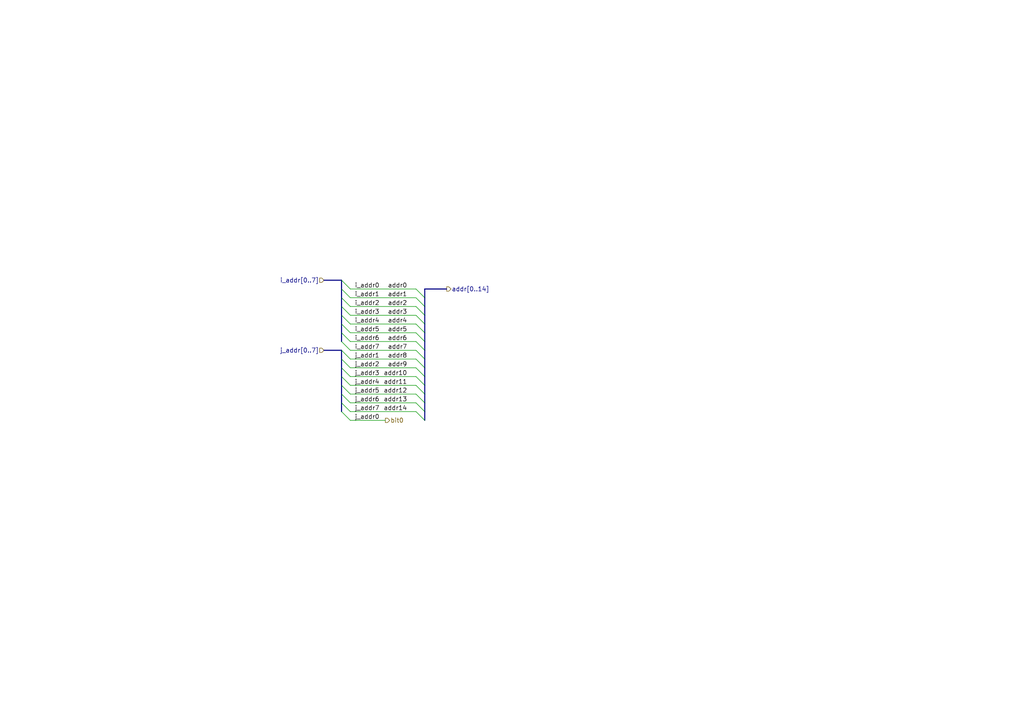
<source format=kicad_sch>
(kicad_sch
	(version 20250114)
	(generator "eeschema")
	(generator_version "9.0")
	(uuid "5c461204-3664-49aa-a4cf-e38a3980bb74")
	(paper "A4")
	(lib_symbols)
	(bus_entry
		(at 120.65 88.9)
		(size 2.54 2.54)
		(stroke
			(width 0)
			(type default)
		)
		(uuid "0a904d57-22a6-461b-a5c3-8c85512a3fbf")
	)
	(bus_entry
		(at 120.65 91.44)
		(size 2.54 2.54)
		(stroke
			(width 0)
			(type default)
		)
		(uuid "25905c47-0120-4f14-95a7-2ca836a8e09c")
	)
	(bus_entry
		(at 99.06 81.28)
		(size 2.54 2.54)
		(stroke
			(width 0)
			(type default)
		)
		(uuid "264ded23-f4e2-4664-92b4-2df019e587df")
	)
	(bus_entry
		(at 99.06 93.98)
		(size 2.54 2.54)
		(stroke
			(width 0)
			(type default)
		)
		(uuid "2ea97a3f-66b1-4abc-ab5a-9628bdbcd46f")
	)
	(bus_entry
		(at 99.06 86.36)
		(size 2.54 2.54)
		(stroke
			(width 0)
			(type default)
		)
		(uuid "380f9e71-5464-4a8f-9eed-4bd33e0a8899")
	)
	(bus_entry
		(at 99.06 111.76)
		(size 2.54 2.54)
		(stroke
			(width 0)
			(type default)
		)
		(uuid "3d773f55-b489-4910-b992-d962b80e1a15")
	)
	(bus_entry
		(at 99.06 106.68)
		(size 2.54 2.54)
		(stroke
			(width 0)
			(type default)
		)
		(uuid "472cfd91-c4e2-4cb0-9a5b-1d944b8060a8")
	)
	(bus_entry
		(at 120.65 111.76)
		(size 2.54 2.54)
		(stroke
			(width 0)
			(type default)
		)
		(uuid "488f5b21-d1f1-4ce3-9004-f7bbe9682b6e")
	)
	(bus_entry
		(at 99.06 116.84)
		(size 2.54 2.54)
		(stroke
			(width 0)
			(type default)
		)
		(uuid "4b1fc07b-dd82-4a73-819e-de3b781e9d62")
	)
	(bus_entry
		(at 99.06 101.6)
		(size 2.54 2.54)
		(stroke
			(width 0)
			(type default)
		)
		(uuid "4cce085f-8b0d-41d4-99a9-ce3fe2bf6706")
	)
	(bus_entry
		(at 99.06 99.06)
		(size 2.54 2.54)
		(stroke
			(width 0)
			(type default)
		)
		(uuid "6484a876-07bc-4209-9d73-3d52e5e1e476")
	)
	(bus_entry
		(at 120.65 109.22)
		(size 2.54 2.54)
		(stroke
			(width 0)
			(type default)
		)
		(uuid "68ca6b6c-9c7b-482d-bf75-ab8e5afc674c")
	)
	(bus_entry
		(at 120.65 86.36)
		(size 2.54 2.54)
		(stroke
			(width 0)
			(type default)
		)
		(uuid "6ee76789-f806-4d3f-8d38-59e9a9bab19f")
	)
	(bus_entry
		(at 120.65 104.14)
		(size 2.54 2.54)
		(stroke
			(width 0)
			(type default)
		)
		(uuid "8474a853-c21e-45cb-b358-4b0256f56f3c")
	)
	(bus_entry
		(at 120.65 114.3)
		(size 2.54 2.54)
		(stroke
			(width 0)
			(type default)
		)
		(uuid "91e5da8f-e9c3-4cea-81ed-9d4a385ddfad")
	)
	(bus_entry
		(at 120.65 83.82)
		(size 2.54 2.54)
		(stroke
			(width 0)
			(type default)
		)
		(uuid "938c4104-0de0-401b-beb7-45e815c6e60c")
	)
	(bus_entry
		(at 99.06 104.14)
		(size 2.54 2.54)
		(stroke
			(width 0)
			(type default)
		)
		(uuid "941c68fd-8bf5-49e9-b829-8ab0bbca4c87")
	)
	(bus_entry
		(at 120.65 119.38)
		(size 2.54 2.54)
		(stroke
			(width 0)
			(type default)
		)
		(uuid "99d92714-fc41-405f-9138-ca2c673bcc75")
	)
	(bus_entry
		(at 99.06 96.52)
		(size 2.54 2.54)
		(stroke
			(width 0)
			(type default)
		)
		(uuid "a0145a9c-cc1e-4f6c-aaff-fae08b9d4328")
	)
	(bus_entry
		(at 99.06 114.3)
		(size 2.54 2.54)
		(stroke
			(width 0)
			(type default)
		)
		(uuid "a3732c1f-23ea-417d-9093-c0ac3a3519fd")
	)
	(bus_entry
		(at 99.06 119.38)
		(size 2.54 2.54)
		(stroke
			(width 0)
			(type default)
		)
		(uuid "a7b44f5e-ced5-4dbc-b9e2-8fb37e88799a")
	)
	(bus_entry
		(at 120.65 93.98)
		(size 2.54 2.54)
		(stroke
			(width 0)
			(type default)
		)
		(uuid "ad38ca0c-82c2-456c-a8f0-820a2e13617e")
	)
	(bus_entry
		(at 99.06 91.44)
		(size 2.54 2.54)
		(stroke
			(width 0)
			(type default)
		)
		(uuid "af863bf5-2821-4bbc-a94b-d86b31e18759")
	)
	(bus_entry
		(at 120.65 96.52)
		(size 2.54 2.54)
		(stroke
			(width 0)
			(type default)
		)
		(uuid "b32f0c9d-1051-45f4-ada5-f8765da7a959")
	)
	(bus_entry
		(at 99.06 88.9)
		(size 2.54 2.54)
		(stroke
			(width 0)
			(type default)
		)
		(uuid "b469f4d7-cf46-4a8d-b5ce-06b455ac3954")
	)
	(bus_entry
		(at 120.65 116.84)
		(size 2.54 2.54)
		(stroke
			(width 0)
			(type default)
		)
		(uuid "c292b9ab-6a2b-4b2b-aa6c-f7c293980595")
	)
	(bus_entry
		(at 120.65 101.6)
		(size 2.54 2.54)
		(stroke
			(width 0)
			(type default)
		)
		(uuid "c8a50220-79df-4330-b4fa-91c5d3ca381e")
	)
	(bus_entry
		(at 120.65 99.06)
		(size 2.54 2.54)
		(stroke
			(width 0)
			(type default)
		)
		(uuid "cc5bd628-2403-4409-b4a9-dd47c5b54126")
	)
	(bus_entry
		(at 99.06 109.22)
		(size 2.54 2.54)
		(stroke
			(width 0)
			(type default)
		)
		(uuid "d142ff16-8732-47d7-83f5-bb0c516ab999")
	)
	(bus_entry
		(at 99.06 83.82)
		(size 2.54 2.54)
		(stroke
			(width 0)
			(type default)
		)
		(uuid "d5317a15-6680-4af4-87de-13e7edfbe95e")
	)
	(bus_entry
		(at 120.65 106.68)
		(size 2.54 2.54)
		(stroke
			(width 0)
			(type default)
		)
		(uuid "e591443e-e8c9-403a-b258-aaf4cd6a1ff8")
	)
	(bus
		(pts
			(xy 123.19 83.82) (xy 123.19 86.36)
		)
		(stroke
			(width 0)
			(type default)
		)
		(uuid "0269160b-6390-4b6e-b537-276547c7c7d6")
	)
	(wire
		(pts
			(xy 101.6 116.84) (xy 120.65 116.84)
		)
		(stroke
			(width 0)
			(type default)
		)
		(uuid "04d80142-5388-471f-8006-c93e53a9789e")
	)
	(bus
		(pts
			(xy 99.06 86.36) (xy 99.06 88.9)
		)
		(stroke
			(width 0)
			(type default)
		)
		(uuid "06117830-68ff-494e-968b-e0e6635ebac1")
	)
	(bus
		(pts
			(xy 99.06 101.6) (xy 99.06 104.14)
		)
		(stroke
			(width 0)
			(type default)
		)
		(uuid "11a30a3a-df16-4cf4-8c39-5bd8bef72451")
	)
	(wire
		(pts
			(xy 101.6 114.3) (xy 120.65 114.3)
		)
		(stroke
			(width 0)
			(type default)
		)
		(uuid "149bb7fa-703c-4f83-a1ef-ab68ada9991a")
	)
	(wire
		(pts
			(xy 101.6 119.38) (xy 120.65 119.38)
		)
		(stroke
			(width 0)
			(type default)
		)
		(uuid "1dc148ce-ce04-4a37-b992-83c07daf75e1")
	)
	(bus
		(pts
			(xy 93.98 101.6) (xy 99.06 101.6)
		)
		(stroke
			(width 0)
			(type default)
		)
		(uuid "1e63a84e-a866-431e-8b2c-21e3ba12829f")
	)
	(bus
		(pts
			(xy 123.19 93.98) (xy 123.19 96.52)
		)
		(stroke
			(width 0)
			(type default)
		)
		(uuid "248c54d2-4dd6-4909-a4e2-9435fc6d2ddc")
	)
	(bus
		(pts
			(xy 99.06 96.52) (xy 99.06 99.06)
		)
		(stroke
			(width 0)
			(type default)
		)
		(uuid "2f901cf8-6ed8-4c8b-8753-e44d6deae1a2")
	)
	(bus
		(pts
			(xy 99.06 83.82) (xy 99.06 86.36)
		)
		(stroke
			(width 0)
			(type default)
		)
		(uuid "319e897e-0a93-4f07-9632-a242dd1f7b5b")
	)
	(bus
		(pts
			(xy 123.19 104.14) (xy 123.19 106.68)
		)
		(stroke
			(width 0)
			(type default)
		)
		(uuid "32934048-564a-46e9-b666-4a72ed4db0c9")
	)
	(bus
		(pts
			(xy 99.06 116.84) (xy 99.06 119.38)
		)
		(stroke
			(width 0)
			(type default)
		)
		(uuid "33c63a29-5485-47a5-9597-c749e3fab945")
	)
	(bus
		(pts
			(xy 99.06 104.14) (xy 99.06 106.68)
		)
		(stroke
			(width 0)
			(type default)
		)
		(uuid "345b11cf-0111-4bc8-bc29-ed2680ee5c4e")
	)
	(bus
		(pts
			(xy 123.19 111.76) (xy 123.19 114.3)
		)
		(stroke
			(width 0)
			(type default)
		)
		(uuid "38509e53-a43e-47b3-8ba3-2c7ea5384037")
	)
	(wire
		(pts
			(xy 101.6 109.22) (xy 120.65 109.22)
		)
		(stroke
			(width 0)
			(type default)
		)
		(uuid "44e9ad6a-185d-48ae-a1c4-86f5dc9eaa93")
	)
	(bus
		(pts
			(xy 99.06 88.9) (xy 99.06 91.44)
		)
		(stroke
			(width 0)
			(type default)
		)
		(uuid "5064bfaa-4c99-4d63-b67d-16dde2e8abe8")
	)
	(bus
		(pts
			(xy 123.19 109.22) (xy 123.19 111.76)
		)
		(stroke
			(width 0)
			(type default)
		)
		(uuid "54494d57-07b0-4942-9d68-ed5f2bfddc13")
	)
	(wire
		(pts
			(xy 101.6 88.9) (xy 120.65 88.9)
		)
		(stroke
			(width 0)
			(type default)
		)
		(uuid "57100988-2301-49f8-ba18-979aa96438f4")
	)
	(bus
		(pts
			(xy 123.19 101.6) (xy 123.19 104.14)
		)
		(stroke
			(width 0)
			(type default)
		)
		(uuid "5ae503c3-ac63-4cc0-92b7-4f5f8d19df27")
	)
	(bus
		(pts
			(xy 123.19 96.52) (xy 123.19 99.06)
		)
		(stroke
			(width 0)
			(type default)
		)
		(uuid "6d814747-2059-4f18-8cd8-bbc307f9265b")
	)
	(bus
		(pts
			(xy 123.19 106.68) (xy 123.19 109.22)
		)
		(stroke
			(width 0)
			(type default)
		)
		(uuid "6dd8a079-bc77-44a3-a26e-f9609e2b628f")
	)
	(bus
		(pts
			(xy 99.06 81.28) (xy 99.06 83.82)
		)
		(stroke
			(width 0)
			(type default)
		)
		(uuid "70dfe961-8cd9-424f-b7b5-8ef390bfd209")
	)
	(wire
		(pts
			(xy 101.6 121.92) (xy 111.76 121.92)
		)
		(stroke
			(width 0)
			(type default)
		)
		(uuid "76fcc3b8-be27-483e-8a2e-fdd210708a63")
	)
	(wire
		(pts
			(xy 101.6 83.82) (xy 120.65 83.82)
		)
		(stroke
			(width 0)
			(type default)
		)
		(uuid "782d3d2f-1d28-43b5-b87c-cb9b0b453ebe")
	)
	(wire
		(pts
			(xy 101.6 101.6) (xy 120.65 101.6)
		)
		(stroke
			(width 0)
			(type default)
		)
		(uuid "784388a6-ba33-4fd6-8151-5c78e86131da")
	)
	(bus
		(pts
			(xy 123.19 86.36) (xy 123.19 88.9)
		)
		(stroke
			(width 0)
			(type default)
		)
		(uuid "7d49e0f6-1217-4077-b67e-31abce2823a4")
	)
	(wire
		(pts
			(xy 101.6 99.06) (xy 120.65 99.06)
		)
		(stroke
			(width 0)
			(type default)
		)
		(uuid "8435832b-81ef-4610-9df6-46616f647786")
	)
	(bus
		(pts
			(xy 123.19 116.84) (xy 123.19 119.38)
		)
		(stroke
			(width 0)
			(type default)
		)
		(uuid "93becd2a-4d52-4517-93d0-87e97263c804")
	)
	(bus
		(pts
			(xy 99.06 111.76) (xy 99.06 114.3)
		)
		(stroke
			(width 0)
			(type default)
		)
		(uuid "94ecbbd2-5ba9-496d-a88f-757aea796fae")
	)
	(bus
		(pts
			(xy 123.19 88.9) (xy 123.19 91.44)
		)
		(stroke
			(width 0)
			(type default)
		)
		(uuid "9560fd84-1807-4c11-82fe-3207774b778a")
	)
	(bus
		(pts
			(xy 123.19 119.38) (xy 123.19 121.92)
		)
		(stroke
			(width 0)
			(type default)
		)
		(uuid "96a93898-12f7-4d41-ba50-12ad0e277c91")
	)
	(bus
		(pts
			(xy 99.06 106.68) (xy 99.06 109.22)
		)
		(stroke
			(width 0)
			(type default)
		)
		(uuid "99d82358-7c98-4772-987f-a83fd50e2b43")
	)
	(bus
		(pts
			(xy 99.06 109.22) (xy 99.06 111.76)
		)
		(stroke
			(width 0)
			(type default)
		)
		(uuid "a19a9e74-50e5-44f0-b6d6-f90bf3973813")
	)
	(wire
		(pts
			(xy 101.6 111.76) (xy 120.65 111.76)
		)
		(stroke
			(width 0)
			(type default)
		)
		(uuid "a3d2e6d9-b044-4c16-981b-ed0e3ec4a55d")
	)
	(wire
		(pts
			(xy 101.6 86.36) (xy 120.65 86.36)
		)
		(stroke
			(width 0)
			(type default)
		)
		(uuid "bfb05ea9-bb2a-4fbe-aa51-01f2a33e1f84")
	)
	(bus
		(pts
			(xy 123.19 91.44) (xy 123.19 93.98)
		)
		(stroke
			(width 0)
			(type default)
		)
		(uuid "c056be4c-716b-426a-af22-61321b5b1fdc")
	)
	(bus
		(pts
			(xy 93.98 81.28) (xy 99.06 81.28)
		)
		(stroke
			(width 0)
			(type default)
		)
		(uuid "c9016cbc-9ae3-4176-9820-849b62fed275")
	)
	(bus
		(pts
			(xy 99.06 91.44) (xy 99.06 93.98)
		)
		(stroke
			(width 0)
			(type default)
		)
		(uuid "cbfa07b7-5be2-467c-adeb-72140255db64")
	)
	(bus
		(pts
			(xy 129.54 83.82) (xy 123.19 83.82)
		)
		(stroke
			(width 0)
			(type default)
		)
		(uuid "ceb71d71-6b39-4b0c-89ec-58be1922aff4")
	)
	(wire
		(pts
			(xy 101.6 104.14) (xy 120.65 104.14)
		)
		(stroke
			(width 0)
			(type default)
		)
		(uuid "d4d4a94f-7145-4ebb-a9a4-be335e10ef49")
	)
	(wire
		(pts
			(xy 101.6 106.68) (xy 120.65 106.68)
		)
		(stroke
			(width 0)
			(type default)
		)
		(uuid "d7df471c-4d9d-41dc-9fac-33fe2792f29b")
	)
	(wire
		(pts
			(xy 101.6 96.52) (xy 120.65 96.52)
		)
		(stroke
			(width 0)
			(type default)
		)
		(uuid "ddc97424-0767-41c8-a6ba-4aff4403e028")
	)
	(bus
		(pts
			(xy 99.06 114.3) (xy 99.06 116.84)
		)
		(stroke
			(width 0)
			(type default)
		)
		(uuid "e34b80a1-01ca-40df-a524-f1342f6b8832")
	)
	(wire
		(pts
			(xy 101.6 91.44) (xy 120.65 91.44)
		)
		(stroke
			(width 0)
			(type default)
		)
		(uuid "e46fa9c6-bbfa-4c17-8982-8cb25eb0a60a")
	)
	(wire
		(pts
			(xy 101.6 93.98) (xy 120.65 93.98)
		)
		(stroke
			(width 0)
			(type default)
		)
		(uuid "e7270fd2-215b-45e3-a144-a18942d1c6cd")
	)
	(bus
		(pts
			(xy 123.19 114.3) (xy 123.19 116.84)
		)
		(stroke
			(width 0)
			(type default)
		)
		(uuid "f32f7946-3c6c-4166-b4ae-09fae5deeee3")
	)
	(bus
		(pts
			(xy 123.19 99.06) (xy 123.19 101.6)
		)
		(stroke
			(width 0)
			(type default)
		)
		(uuid "f60e1921-3f75-460e-9aec-1af3ceafcb14")
	)
	(bus
		(pts
			(xy 99.06 93.98) (xy 99.06 96.52)
		)
		(stroke
			(width 0)
			(type default)
		)
		(uuid "ffbb567b-96b4-4fcb-b644-859e87b0ea14")
	)
	(label "i_addr0"
		(at 102.87 83.82 0)
		(effects
			(font
				(size 1.27 1.27)
			)
			(justify left bottom)
		)
		(uuid "08ce96b1-d67b-4299-a299-26a91f9b1381")
	)
	(label "addr11"
		(at 118.11 111.76 180)
		(effects
			(font
				(size 1.27 1.27)
			)
			(justify right bottom)
		)
		(uuid "0baeb5c9-4f82-4b90-a966-c054b95926ad")
	)
	(label "i_addr1"
		(at 102.87 86.36 0)
		(effects
			(font
				(size 1.27 1.27)
			)
			(justify left bottom)
		)
		(uuid "27870873-0e1b-440c-b469-6e8ef76be183")
	)
	(label "addr14"
		(at 118.11 119.38 180)
		(effects
			(font
				(size 1.27 1.27)
			)
			(justify right bottom)
		)
		(uuid "29d0999a-e353-41f0-8226-869e7815c081")
	)
	(label "i_addr5"
		(at 102.87 96.52 0)
		(effects
			(font
				(size 1.27 1.27)
			)
			(justify left bottom)
		)
		(uuid "2f84d545-de1a-4685-9105-b060af5f95f9")
	)
	(label "addr2"
		(at 118.11 88.9 180)
		(effects
			(font
				(size 1.27 1.27)
			)
			(justify right bottom)
		)
		(uuid "2fbf6e3c-fb1c-4b39-a966-77f59b47aaee")
	)
	(label "addr7"
		(at 118.11 101.6 180)
		(effects
			(font
				(size 1.27 1.27)
			)
			(justify right bottom)
		)
		(uuid "3922bc8f-7848-4b5c-ae0f-4a59dd76c01c")
	)
	(label "j_addr3"
		(at 102.87 109.22 0)
		(effects
			(font
				(size 1.27 1.27)
			)
			(justify left bottom)
		)
		(uuid "4173ec35-3910-41eb-ac77-be009d5ccb3a")
	)
	(label "j_addr5"
		(at 102.87 114.3 0)
		(effects
			(font
				(size 1.27 1.27)
			)
			(justify left bottom)
		)
		(uuid "53e7dd04-e4bd-4e3f-8df4-2c94f5c9ffd0")
	)
	(label "addr6"
		(at 118.11 99.06 180)
		(effects
			(font
				(size 1.27 1.27)
			)
			(justify right bottom)
		)
		(uuid "611c022e-4d0d-407b-a3b8-1be7aa81d350")
	)
	(label "addr9"
		(at 118.11 106.68 180)
		(effects
			(font
				(size 1.27 1.27)
			)
			(justify right bottom)
		)
		(uuid "633c45ce-3994-4782-a495-5d9ab7c5ca8d")
	)
	(label "j_addr7"
		(at 102.87 119.38 0)
		(effects
			(font
				(size 1.27 1.27)
			)
			(justify left bottom)
		)
		(uuid "68c0ab86-6417-45e5-b417-778f491477df")
	)
	(label "i_addr6"
		(at 102.87 99.06 0)
		(effects
			(font
				(size 1.27 1.27)
			)
			(justify left bottom)
		)
		(uuid "736a9ce5-0117-4f65-9413-649c23612d53")
	)
	(label "addr1"
		(at 118.11 86.36 180)
		(effects
			(font
				(size 1.27 1.27)
			)
			(justify right bottom)
		)
		(uuid "78f86f12-aa48-4629-9725-978587d2f059")
	)
	(label "i_addr3"
		(at 102.87 91.44 0)
		(effects
			(font
				(size 1.27 1.27)
			)
			(justify left bottom)
		)
		(uuid "8a93284c-6c8c-4044-9b64-cf6a7abaef4d")
	)
	(label "addr5"
		(at 118.11 96.52 180)
		(effects
			(font
				(size 1.27 1.27)
			)
			(justify right bottom)
		)
		(uuid "8d77460a-3e23-48fd-96b8-c26a2b92cb68")
	)
	(label "j_addr0"
		(at 102.87 121.92 0)
		(effects
			(font
				(size 1.27 1.27)
			)
			(justify left bottom)
		)
		(uuid "9284901a-7d55-4f24-844f-3d47e3560f0b")
	)
	(label "addr10"
		(at 118.11 109.22 180)
		(effects
			(font
				(size 1.27 1.27)
			)
			(justify right bottom)
		)
		(uuid "98a22817-080d-401c-9ac8-4e99bbcbdfb6")
	)
	(label "j_addr1"
		(at 102.87 104.14 0)
		(effects
			(font
				(size 1.27 1.27)
			)
			(justify left bottom)
		)
		(uuid "9b13dc66-b028-45b4-bf89-7f73a07c558c")
	)
	(label "j_addr4"
		(at 102.87 111.76 0)
		(effects
			(font
				(size 1.27 1.27)
			)
			(justify left bottom)
		)
		(uuid "a2b4eb77-3aa8-4101-a557-cf92be18cf9f")
	)
	(label "addr8"
		(at 118.11 104.14 180)
		(effects
			(font
				(size 1.27 1.27)
			)
			(justify right bottom)
		)
		(uuid "a6cb5cc7-43ef-4df9-b924-fa2248ecbe43")
	)
	(label "addr4"
		(at 118.11 93.98 180)
		(effects
			(font
				(size 1.27 1.27)
			)
			(justify right bottom)
		)
		(uuid "b6f86c1a-f4df-48d3-9c52-25038114e77e")
	)
	(label "addr12"
		(at 118.11 114.3 180)
		(effects
			(font
				(size 1.27 1.27)
			)
			(justify right bottom)
		)
		(uuid "b8379946-95d5-44d5-8ff6-00fa08b476d7")
	)
	(label "j_addr2"
		(at 102.87 106.68 0)
		(effects
			(font
				(size 1.27 1.27)
			)
			(justify left bottom)
		)
		(uuid "c6baa6a4-35f4-47bd-91ee-2c4c81b72f36")
	)
	(label "i_addr7"
		(at 102.87 101.6 0)
		(effects
			(font
				(size 1.27 1.27)
			)
			(justify left bottom)
		)
		(uuid "cf5bfb8b-fede-4b45-8666-13bdcf52a9f8")
	)
	(label "i_addr4"
		(at 102.87 93.98 0)
		(effects
			(font
				(size 1.27 1.27)
			)
			(justify left bottom)
		)
		(uuid "dd1c8d76-e717-4a0b-9f6d-88d6c267453e")
	)
	(label "i_addr2"
		(at 102.87 88.9 0)
		(effects
			(font
				(size 1.27 1.27)
			)
			(justify left bottom)
		)
		(uuid "e0acc449-3302-4a8e-9729-86134630d568")
	)
	(label "addr13"
		(at 118.11 116.84 180)
		(effects
			(font
				(size 1.27 1.27)
			)
			(justify right bottom)
		)
		(uuid "e6a2787b-6562-4cad-9f05-9fcf5dfb5260")
	)
	(label "addr3"
		(at 118.11 91.44 180)
		(effects
			(font
				(size 1.27 1.27)
			)
			(justify right bottom)
		)
		(uuid "ebb68a9e-5cfc-43ee-beee-a563ebee10a7")
	)
	(label "j_addr6"
		(at 102.87 116.84 0)
		(effects
			(font
				(size 1.27 1.27)
			)
			(justify left bottom)
		)
		(uuid "fb02984e-ba04-4bea-ba95-87b57ffca7df")
	)
	(label "addr0"
		(at 118.11 83.82 180)
		(effects
			(font
				(size 1.27 1.27)
			)
			(justify right bottom)
		)
		(uuid "fba9808e-df3d-4336-b871-ab0c42bd6aa6")
	)
	(hierarchical_label "bit0"
		(shape output)
		(at 111.76 121.92 0)
		(effects
			(font
				(size 1.27 1.27)
			)
			(justify left)
		)
		(uuid "1fe1484e-1601-4283-ba65-3abdbda926a8")
	)
	(hierarchical_label "j_addr[0..7]"
		(shape input)
		(at 93.98 101.6 180)
		(effects
			(font
				(size 1.27 1.27)
			)
			(justify right)
		)
		(uuid "55659780-ce72-42c5-a75d-55ab88a2bbd0")
	)
	(hierarchical_label "i_addr[0..7]"
		(shape input)
		(at 93.98 81.28 180)
		(effects
			(font
				(size 1.27 1.27)
			)
			(justify right)
		)
		(uuid "5f6416e5-ae2e-4d40-bec6-7c024f84e2a0")
	)
	(hierarchical_label "addr[0..14]"
		(shape output)
		(at 129.54 83.82 0)
		(effects
			(font
				(size 1.27 1.27)
			)
			(justify left)
		)
		(uuid "a5601412-7de3-4f32-a39e-156b2499aead")
	)
)

</source>
